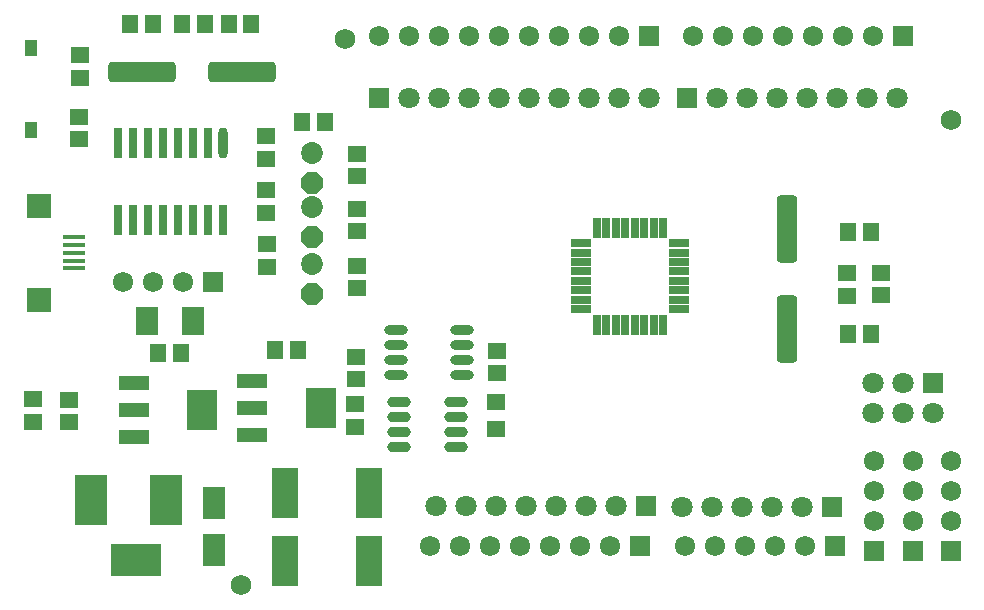
<source format=gts>
G04*
G04 #@! TF.GenerationSoftware,Altium Limited,Altium Designer,21.2.1 (34)*
G04*
G04 Layer_Color=8388736*
%FSLAX43Y43*%
%MOMM*%
G71*
G04*
G04 #@! TF.SameCoordinates,427E456E-B420-4228-82AE-AA47295AEFF1*
G04*
G04*
G04 #@! TF.FilePolarity,Negative*
G04*
G01*
G75*
%ADD42R,1.603X1.403*%
%ADD43R,1.676X0.711*%
%ADD44R,0.711X1.676*%
G04:AMPARAMS|DCode=45|XSize=5.703mm|YSize=1.703mm|CornerRadius=0.289mm|HoleSize=0mm|Usage=FLASHONLY|Rotation=90.000|XOffset=0mm|YOffset=0mm|HoleType=Round|Shape=RoundedRectangle|*
%AMROUNDEDRECTD45*
21,1,5.703,1.125,0,0,90.0*
21,1,5.125,1.703,0,0,90.0*
1,1,0.578,0.563,2.563*
1,1,0.578,0.563,-2.563*
1,1,0.578,-0.563,-2.563*
1,1,0.578,-0.563,2.563*
%
%ADD45ROUNDEDRECTD45*%
%ADD46R,1.403X1.603*%
%ADD47R,2.203X4.203*%
%ADD48R,1.829X2.489*%
%ADD49R,1.981X0.457*%
%ADD50R,2.103X2.103*%
%ADD51R,0.787X2.652*%
%ADD52O,0.787X2.652*%
G04:AMPARAMS|DCode=53|XSize=5.703mm|YSize=1.703mm|CornerRadius=0.289mm|HoleSize=0mm|Usage=FLASHONLY|Rotation=180.000|XOffset=0mm|YOffset=0mm|HoleType=Round|Shape=RoundedRectangle|*
%AMROUNDEDRECTD53*
21,1,5.703,1.125,0,0,180.0*
21,1,5.125,1.703,0,0,180.0*
1,1,0.578,-2.563,0.563*
1,1,0.578,2.563,0.563*
1,1,0.578,2.563,-0.563*
1,1,0.578,-2.563,-0.563*
%
%ADD53ROUNDEDRECTD53*%
%ADD54R,1.003X1.403*%
%ADD55R,2.603X1.203*%
%ADD56R,2.603X3.503*%
%ADD57O,1.983X0.923*%
%ADD58R,1.903X2.703*%
%ADD59O,2.003X0.803*%
%ADD60R,1.600X1.473*%
%ADD61R,4.267X2.743*%
%ADD62R,2.743X4.267*%
%ADD63R,1.803X1.803*%
%ADD64C,1.803*%
%ADD65R,1.723X1.723*%
%ADD66C,1.723*%
%ADD67P,2.007X8X112.5*%
%ADD68C,1.854*%
%ADD69R,1.723X1.723*%
%ADD70C,1.727*%
D42*
X113985Y78289D02*
D03*
Y76389D02*
D03*
X114043Y71817D02*
D03*
Y73717D02*
D03*
X121661Y81345D02*
D03*
Y79445D02*
D03*
Y71877D02*
D03*
Y69977D02*
D03*
Y76703D02*
D03*
Y74803D02*
D03*
X166055Y71309D02*
D03*
Y69409D02*
D03*
X121600Y62300D02*
D03*
Y64200D02*
D03*
X98168Y82612D02*
D03*
Y84512D02*
D03*
X121539Y58241D02*
D03*
Y60141D02*
D03*
X133542Y62800D02*
D03*
Y64700D02*
D03*
X98237Y89719D02*
D03*
Y87819D02*
D03*
X113985Y82861D02*
D03*
Y80961D02*
D03*
X163195Y69347D02*
D03*
Y71247D02*
D03*
X94234Y60574D02*
D03*
Y58674D02*
D03*
X97285Y60517D02*
D03*
Y58617D02*
D03*
D43*
X148895Y68199D02*
D03*
Y68986D02*
D03*
Y69799D02*
D03*
Y70587D02*
D03*
Y71399D02*
D03*
Y72187D02*
D03*
Y73000D02*
D03*
Y73787D02*
D03*
X140665D02*
D03*
Y73000D02*
D03*
Y72187D02*
D03*
Y71399D02*
D03*
Y70587D02*
D03*
Y69799D02*
D03*
Y68986D02*
D03*
Y68199D02*
D03*
D44*
X147574Y75108D02*
D03*
X146787D02*
D03*
X145974D02*
D03*
X145186D02*
D03*
X144374D02*
D03*
X143586D02*
D03*
X142773D02*
D03*
X141986D02*
D03*
Y66878D02*
D03*
X142773D02*
D03*
X143586D02*
D03*
X144374D02*
D03*
X145186D02*
D03*
X145974D02*
D03*
X146787D02*
D03*
X147574D02*
D03*
D45*
X158115Y66489D02*
D03*
Y74989D02*
D03*
D46*
X163266Y66102D02*
D03*
X165166D02*
D03*
X116651Y64767D02*
D03*
X114751D02*
D03*
X104845Y64513D02*
D03*
X106745D02*
D03*
X110814Y92326D02*
D03*
X112714D02*
D03*
X106877D02*
D03*
X108777D02*
D03*
X102474Y92344D02*
D03*
X104374D02*
D03*
X118929Y84077D02*
D03*
X117029D02*
D03*
X165166Y74738D02*
D03*
X163266D02*
D03*
D47*
X122682Y52684D02*
D03*
Y46884D02*
D03*
X115570D02*
D03*
Y52684D02*
D03*
D48*
X103911Y67183D02*
D03*
X107823D02*
D03*
D49*
X97747Y74276D02*
D03*
Y73626D02*
D03*
Y72976D02*
D03*
Y72326D02*
D03*
Y71706D02*
D03*
D50*
X94779Y76926D02*
D03*
Y69026D02*
D03*
D51*
X110363Y75796D02*
D03*
X109093D02*
D03*
X107823D02*
D03*
X106553D02*
D03*
X105283D02*
D03*
X104013D02*
D03*
X102743D02*
D03*
X101473D02*
D03*
X101473Y82296D02*
D03*
X102743D02*
D03*
X104013D02*
D03*
X105283D02*
D03*
X106553D02*
D03*
X107823D02*
D03*
X109093D02*
D03*
D52*
X110363D02*
D03*
D53*
X103446Y88265D02*
D03*
X111946D02*
D03*
D54*
X94056Y90357D02*
D03*
Y83357D02*
D03*
D55*
X102764Y61990D02*
D03*
Y59690D02*
D03*
Y57390D02*
D03*
X112797Y62117D02*
D03*
Y59817D02*
D03*
Y57517D02*
D03*
D56*
X108564Y59690D02*
D03*
X118597Y59817D02*
D03*
D57*
X125195Y60325D02*
D03*
Y59055D02*
D03*
Y57785D02*
D03*
Y56515D02*
D03*
X130075Y60325D02*
D03*
Y59055D02*
D03*
Y57785D02*
D03*
Y56515D02*
D03*
D58*
X109601Y47784D02*
D03*
Y51784D02*
D03*
D59*
X130587Y62649D02*
D03*
Y63919D02*
D03*
Y65189D02*
D03*
Y66459D02*
D03*
X124937Y62649D02*
D03*
Y63919D02*
D03*
Y65189D02*
D03*
Y66459D02*
D03*
D60*
X133477Y60308D02*
D03*
Y58022D02*
D03*
D61*
X102997Y46990D02*
D03*
D62*
X99187Y52070D02*
D03*
X105537D02*
D03*
D63*
X161925Y51435D02*
D03*
X123567Y86106D02*
D03*
X149606D02*
D03*
X170434Y61976D02*
D03*
X146177Y51562D02*
D03*
D64*
X159385Y51435D02*
D03*
X156845D02*
D03*
X154305D02*
D03*
X151765D02*
D03*
X149225D02*
D03*
X128647Y86106D02*
D03*
X146427D02*
D03*
X143887D02*
D03*
X141347D02*
D03*
X138807D02*
D03*
X136267D02*
D03*
X133727D02*
D03*
X131187D02*
D03*
X126107D02*
D03*
X152146D02*
D03*
X154686D02*
D03*
X157226D02*
D03*
X159766D02*
D03*
X162306D02*
D03*
X164846D02*
D03*
X167386D02*
D03*
X165354Y61976D02*
D03*
X167894D02*
D03*
X165354Y59436D02*
D03*
X167894D02*
D03*
X170434D02*
D03*
X128397Y51562D02*
D03*
X130937D02*
D03*
X133477D02*
D03*
X136017D02*
D03*
X138557D02*
D03*
X141097D02*
D03*
X143637D02*
D03*
D65*
X162179Y48133D02*
D03*
X167890Y91313D02*
D03*
X146431D02*
D03*
X145669Y48133D02*
D03*
X109474Y70485D02*
D03*
D66*
X159639Y48133D02*
D03*
X157099D02*
D03*
X154559D02*
D03*
X152019D02*
D03*
X149479D02*
D03*
X165350Y91313D02*
D03*
X162810D02*
D03*
X160270D02*
D03*
X157730D02*
D03*
X155190D02*
D03*
X152650D02*
D03*
X150110D02*
D03*
X143891D02*
D03*
X138811D02*
D03*
X136271D02*
D03*
X133731D02*
D03*
X131191D02*
D03*
X128651D02*
D03*
X126111D02*
D03*
X123571D02*
D03*
X141351D02*
D03*
X171958Y50292D02*
D03*
Y52832D02*
D03*
Y55372D02*
D03*
X168783D02*
D03*
Y52832D02*
D03*
Y50292D02*
D03*
X165481Y55372D02*
D03*
Y52832D02*
D03*
Y50292D02*
D03*
X143129Y48133D02*
D03*
X140589D02*
D03*
X138049D02*
D03*
X135509D02*
D03*
X132969D02*
D03*
X130429D02*
D03*
X127889D02*
D03*
X101854Y70485D02*
D03*
X104394D02*
D03*
X106934D02*
D03*
D67*
X117856Y78867D02*
D03*
Y74295D02*
D03*
Y69469D02*
D03*
D68*
Y81407D02*
D03*
Y76835D02*
D03*
Y72009D02*
D03*
D69*
X171958Y47752D02*
D03*
X168783D02*
D03*
X165481D02*
D03*
D70*
X171958Y84201D02*
D03*
X111887Y44831D02*
D03*
X120650Y91059D02*
D03*
M02*

</source>
